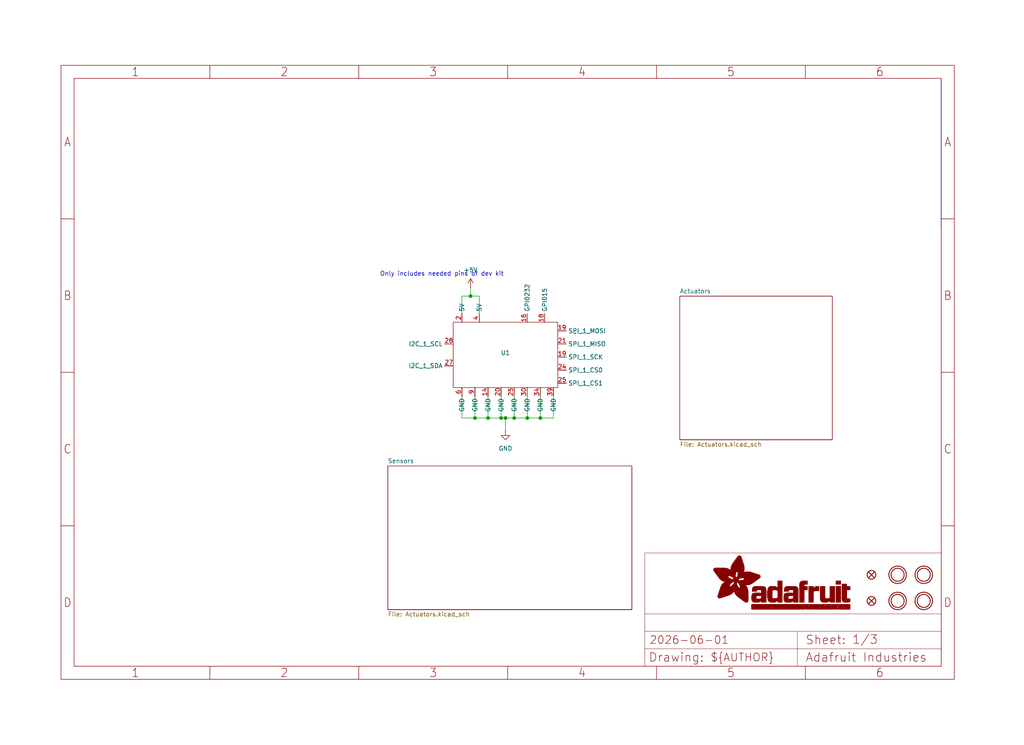
<source format=kicad_sch>
(kicad_sch (version 20231120) (generator "eeschema") (generator_version "8.0")
  (paper "User" 298.45 217.322)
  (lib_symbols
    (symbol "ROV_Custom_Symbols:Orin_Nano_Dev_Pins"
      (property "Reference" "U" (at 0 0 0))
      (symbol "Orin_Nano_Dev_Pins_1_1"
        (pin bidirectional line (at -5.08 -10.16 270) (length 2.54) (name "GND") (number "14"))
        (pin output line (at 6.35 8.89 90) (length 2.54) (name "GPI0232") (number "16"))
        (pin output line (at 11.43 8.89 90) (length 2.54) (name "GPI015") (number "18"))
        (pin bidirectional line (at 15.24 6.35 0) (length 2.54) (name "SPI_1_MOSI") (number "19"))
        (pin bidirectional line (at 15.24 -1.27 0) (length 2.54) (name "SPI_1_SCK") (number "19"))
        (pin bidirectional line (at -12.7 8.89 90) (length 2.54) (name "5V") (number "2"))
        (pin bidirectional line (at -1.27 -10.16 270) (length 2.54) (name "GND") (number "20"))
        (pin bidirectional line (at 15.24 2.54 0) (length 2.54) (name "SPI_1_MISO") (number "21"))
        (pin bidirectional line (at 15.24 -5.08 0) (length 2.54) (name "SPI_1_CS0") (number "24"))
        (pin bidirectional line (at 2.54 -10.16 270) (length 2.54) (name "GND") (number "25"))
        (pin bidirectional line (at 15.24 -8.89 0) (length 2.54) (name "SPI_1_CS1") (number "25"))
        (pin input line (at -15.24 -3.81 180) (length 2.54) (name "I2C_1_SDA") (number "27"))
        (pin output line (at -15.24 2.54 180) (length 2.54) (name "I2C_1_SCL") (number "28"))
        (pin bidirectional line (at 6.35 -10.16 270) (length 2.54) (name "GND") (number "30"))
        (pin bidirectional line (at 10.16 -10.16 270) (length 2.54) (name "GND") (number "34"))
        (pin bidirectional line (at 13.97 -10.16 270) (length 2.54) (name "GND") (number "39"))
        (pin bidirectional line (at -7.62 8.89 90) (length 2.54) (name "5V") (number "4"))
        (pin bidirectional line (at -12.7 -10.16 270) (length 2.54) (name "GND") (number "6"))
        (pin bidirectional line (at -8.89 -10.16 270) (length 2.54) (name "GND") (number "9"))
      )
    )
    (symbol "ROV_Schematics_NoPCB-eagle-import:FIDUCIAL_1MM")
    (symbol "ROV_Schematics_NoPCB-eagle-import:FRAME_A4_ADAFRUIT"
      (symbol "FRAME_A4_ADAFRUIT_1_0"
        (text "${#}/${##}" (at 230.505 10.16 0) (effects (font (size 2.54 2.54)) (justify left bottom)))
        (text "${AUTHOR}" (at 189.23 5.08 0) (effects (font (size 2.286 2.286)) (justify left bottom)))
        (text "${CURRENT_DATE}" (at 171.45 10.16 0) (effects (font (size 2.286 2.286)) (justify left bottom)))
        (text "${PROJECTNAME}" (at 171.45 15.24 0) (effects (font (size 2.54 2.54)) (justify left bottom)))
        (text "1" (at 21.6958 1.905 0) (effects (font (size 2.54 2.286))))
        (text "1" (at 21.6958 177.165 0) (effects (font (size 2.54 2.286))))
        (text "2" (at 65.0875 1.905 0) (effects (font (size 2.54 2.286))))
        (text "2" (at 65.0875 177.165 0) (effects (font (size 2.54 2.286))))
        (text "3" (at 108.4792 1.905 0) (effects (font (size 2.54 2.286))))
        (text "3" (at 108.4792 177.165 0) (effects (font (size 2.54 2.286))))
        (text "4" (at 151.8708 1.905 0) (effects (font (size 2.54 2.286))))
        (text "4" (at 151.8708 177.165 0) (effects (font (size 2.54 2.286))))
        (text "5" (at 195.2625 1.905 0) (effects (font (size 2.54 2.286))))
        (text "5" (at 195.2625 177.165 0) (effects (font (size 2.54 2.286))))
        (text "6" (at 238.6542 1.905 0) (effects (font (size 2.54 2.286))))
        (text "6" (at 238.6542 177.165 0) (effects (font (size 2.54 2.286))))
        (text "A" (at 1.905 156.6863 0) (effects (font (size 2.54 2.286))))
        (text "A" (at 258.445 156.6863 0) (effects (font (size 2.54 2.286))))
        (text "Adafruit Industries" (at 216.916 4.953 0) (effects (font (size 2.54 2.54)) (justify left bottom)))
        (text "B" (at 1.905 111.9188 0) (effects (font (size 2.54 2.286))))
        (text "B" (at 258.445 111.9188 0) (effects (font (size 2.54 2.286))))
        (text "C" (at 1.905 67.1513 0) (effects (font (size 2.54 2.286))))
        (text "C" (at 258.445 67.1513 0) (effects (font (size 2.54 2.286))))
        (text "D" (at 1.905 22.3838 0) (effects (font (size 2.54 2.286))))
        (text "D" (at 258.445 22.3838 0) (effects (font (size 2.54 2.286))))
        (text "Drawing:" (at 171.196 4.953 0) (effects (font (size 2.54 2.54)) (justify left bottom)))
        (text "Sheet:" (at 216.916 10.033 0) (effects (font (size 2.54 2.54)) (justify left bottom)))
      )
    )
    (symbol "ROV_Schematics_NoPCB-eagle-import:MOUNTINGHOLE2.5")
    (symbol "power:+5V" (power) (pin_numbers hide) (pin_names (offset 0) hide)
      (property "Value" "+5V" (at 0 3.556 0))
      (symbol "+5V_1_1"
        (pin power_in line (at 0 0 90) (length 0) (name "~") (number "1"))
      )
    )
    (symbol "power:GND" (power) (pin_numbers hide) (pin_names (offset 0) hide)
      (property "Value" "GND" (at 0 -3.81 0))
      (symbol "GND_1_1"
        (pin power_in line (at 0 0 270) (length 0) (name "~") (number "1"))
      )
    )
  )
  (junction (at 137.16 86.36))
  (junction (at 157.48 121.92))
  (junction (at 146.05 121.92))
  (junction (at 153.67 121.92))
  (junction (at 149.86 121.92))
  (junction (at 138.43 121.92))
  (junction (at 142.24 121.92))
  (junction (at 147.32 121.92))
  (wire (pts (xy 157.48 115.57) (xy 157.48 121.92)))
  (wire (pts (xy 149.86 115.57) (xy 149.86 121.92)))
  (polyline (pts (xy 274.32 22.86) (xy 274.32 66.04)) (stroke (width 0.1524) (type solid)))
  (wire (pts (xy 138.43 115.57) (xy 138.43 121.92)))
  (wire (pts (xy 157.48 121.92) (xy 161.29 121.92)))
  (wire (pts (xy 137.16 83.82) (xy 137.16 86.36)))
  (wire (pts (xy 147.32 121.92) (xy 149.86 121.92)))
  (wire (pts (xy 134.62 121.92) (xy 138.43 121.92)))
  (wire (pts (xy 161.29 115.57) (xy 161.29 121.92)))
  (wire (pts (xy 134.62 86.36) (xy 137.16 86.36)))
  (wire (pts (xy 142.24 115.57) (xy 142.24 121.92)))
  (wire (pts (xy 146.05 121.92) (xy 147.32 121.92)))
  (wire (pts (xy 146.05 115.57) (xy 146.05 121.92)))
  (wire (pts (xy 139.7 86.36) (xy 139.7 91.44)))
  (wire (pts (xy 134.62 91.44) (xy 134.62 86.36)))
  (wire (pts (xy 138.43 121.92) (xy 142.24 121.92)))
  (wire (pts (xy 142.24 121.92) (xy 146.05 121.92)))
  (wire (pts (xy 149.86 121.92) (xy 153.67 121.92)))
  (wire (pts (xy 147.32 121.92) (xy 147.32 125.73)))
  (wire (pts (xy 137.16 86.36) (xy 139.7 86.36)))
  (wire (pts (xy 153.67 121.92) (xy 157.48 121.92)))
  (wire (pts (xy 134.62 115.57) (xy 134.62 121.92)))
  (wire (pts (xy 153.67 115.57) (xy 153.67 121.92)))
  (text "Only includes needed pins of dev kit\n\n\n\n" (at 128.778 83.058 0) (effects (font (size 1.27 1.27))))
  (symbol (lib_id "ROV_Schematics_NoPCB-eagle-import:MOUNTINGHOLE2.5") (at 269.24 175.26 0) (unit 1)
    (property "Reference" "U$49" (effects (hide yes)))
    (property "Value" "MOUNTINGHOLE2.5" (effects (hide yes)))
    (property "Footprint" "ROV_Schematics_NoPCB:MOUNTINGHOLE_2.5_PLATED" (effects (hide yes)))
  )
  (symbol (lib_id "ROV_Schematics_NoPCB-eagle-import:FIDUCIAL_1MM") (at 254 167.64 0) (unit 1)
    (property "Reference" "FID4" (effects (hide yes)))
    (property "Value" "FIDUCIAL_1MM" (effects (hide yes)))
    (property "Footprint" "ROV_Schematics_NoPCB:FIDUCIAL_1MM" (effects (hide yes)))
  )
  (symbol (lib_id "ROV_Schematics_NoPCB-eagle-import:FRAME_A4_ADAFRUIT") (at 17.78 198.12 0) (unit 1)
    (property "Reference" "#U$47" (effects (hide yes)))
    (property "Value" "FRAME_A4_ADAFRUIT" (effects (hide yes)))
  )
  (symbol (lib_id "ROV_Schematics_NoPCB-eagle-import:MOUNTINGHOLE2.5") (at 261.62 175.26 0) (unit 1)
    (property "Reference" "U$45" (effects (hide yes)))
    (property "Value" "MOUNTINGHOLE2.5" (effects (hide yes)))
    (property "Footprint" "ROV_Schematics_NoPCB:MOUNTINGHOLE_2.5_PLATED" (effects (hide yes)))
  )
  (symbol (lib_id "power:GND") (at 147.32 125.73 0) (unit 1)
    (property "Reference" "#PWR1" (effects (hide yes)))
    (property "Value" "GND" (at 147.32 130.81 0))
    (property "Description" "Power symbol creates a global label with name \"GND\" , ground" (effects (hide yes)))
  )
  (symbol (lib_id "power:+5V") (at 137.16 83.82 0) (unit 1)
    (property "Reference" "#PWR2" (effects (hide yes)))
    (property "Value" "+5V" (at 137.16 78.74 0))
    (property "Description" "Power symbol creates a global label with name \"+5V\"" (effects (hide yes)))
  )
  (symbol (lib_id "ROV_Schematics_NoPCB-eagle-import:MOUNTINGHOLE2.5") (at 261.62 167.64 0) (unit 1)
    (property "Reference" "U$46" (effects (hide yes)))
    (property "Value" "MOUNTINGHOLE2.5" (effects (hide yes)))
    (property "Footprint" "ROV_Schematics_NoPCB:MOUNTINGHOLE_2.5_PLATED" (effects (hide yes)))
  )
  (symbol (lib_id "ROV_Custom_Symbols:Orin_Nano_Dev_Pins") (at 147.32 102.87 0) (unit 1)
    (property "Reference" "U1" (at 147.32 102.87 0))
    (property "Value" "~" (at 167.64 97.1865 0))
  )
  (symbol (lib_id "ROV_Schematics_NoPCB-eagle-import:FIDUCIAL_1MM") (at 254 175.26 0) (unit 1)
    (property "Reference" "FID3" (effects (hide yes)))
    (property "Value" "FIDUCIAL_1MM" (effects (hide yes)))
    (property "Footprint" "ROV_Schematics_NoPCB:FIDUCIAL_1MM" (effects (hide yes)))
  )
  (symbol (lib_id "ROV_Schematics_NoPCB-eagle-import:MOUNTINGHOLE2.5") (at 269.24 167.64 0) (unit 1)
    (property "Reference" "U$48" (effects (hide yes)))
    (property "Value" "MOUNTINGHOLE2.5" (effects (hide yes)))
    (property "Footprint" "ROV_Schematics_NoPCB:MOUNTINGHOLE_2.5_PLATED" (effects (hide yes)))
  )
  (sheet (at 113.03 135.89) (size 71.12 41.91) (stroke (width 0.1524))
    (property "Sheetname" "Sensors" (at 113.03 135.1784 0) (effects (justify left bottom)))
    (property "Sheetfile" "Actuators.kicad_sch" (at 113.03 178.3846 0) (effects (justify left top)))
  )
  (sheet (at 198.12 86.36) (size 44.45 41.91) (stroke (width 0.1524))
    (property "Sheetname" "Actuators" (at 198.12 85.6484 0) (effects (justify left bottom)))
    (property "Sheetfile" "Actuators.kicad_sch" (at 198.12 128.8546 0) (effects (justify left top)))
  )
)
</source>
